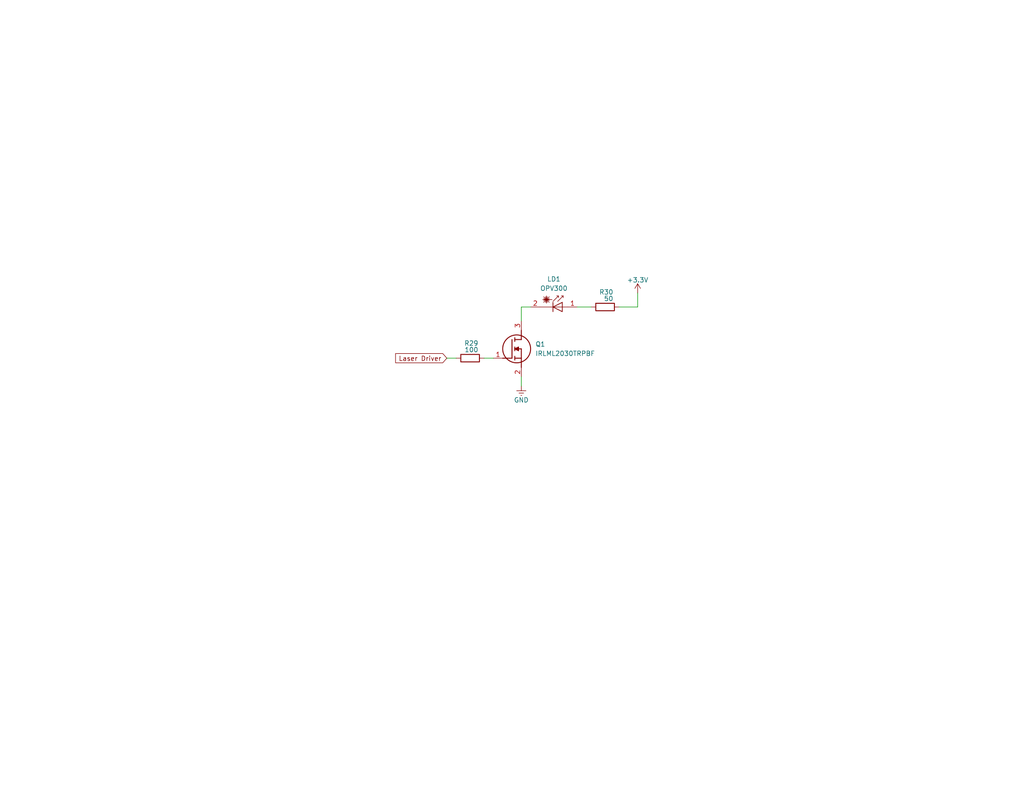
<source format=kicad_sch>
(kicad_sch (version 20231120) (generator "eeschema") (generator_version "8.0")
  (paper "A")
  (title_block (date "2025-07-15"))
  (lib_symbols
    (symbol "Device:D_Laser_1C2A" (pin_names (offset 1.016) hide)
      (property "Reference" "LD1" (at -1.27 7.62 0))
      (property "Value" "OPV300" (at -1.27 5.08 0))
      (symbol "D_Laser_1C2A_0_1"
        (polyline (pts (xy -4.064 1.27) (xy -2.54 2.794)))
        (polyline (pts (xy -4.064 1.778) (xy -2.54 2.286)))
        (polyline (pts (xy -4.064 2.286) (xy -2.54 1.778)))
        (polyline (pts (xy -4.064 2.794) (xy -2.54 1.27)))
        (polyline (pts (xy -3.556 2.794) (xy -3.048 1.27)))
        (polyline (pts (xy -3.302 2.032) (xy -3.302 1.016)))
        (polyline (pts (xy -3.302 2.032) (xy -3.302 3.048)))
        (polyline (pts (xy -3.048 2.794) (xy -3.556 1.27)))
        (polyline (pts (xy -1.778 2.032) (xy -4.318 2.032)))
        (polyline (pts (xy -1.524 1.27) (xy -1.524 -1.27)) (stroke (width 0.2032)))
        (polyline (pts (xy 1.27 3.048) (xy 0.762 3.048)))
        (polyline (pts (xy 2.54 0) (xy -5.08 0)))
        (polyline (pts (xy -0.254 1.524) (xy 1.27 3.048) (xy 1.27 2.54)))
        (polyline (pts (xy 1.016 1.27) (xy 1.016 -1.27) (xy -1.524 0) (xy 1.016 1.27)) (stroke (width 0.2032)))
        (polyline (pts (xy -1.524 1.524) (xy 0 3.048) (xy 0 2.54) (xy 0 3.048) (xy -0.508 3.048)))
      )
      (symbol "D_Laser_1C2A_1_1"
        (pin passive line (at 5.08 0 180) (length 2.54) (name "A") (number "1"))
        (pin passive line (at -7.62 0 0) (length 2.54) (name "K") (number "2"))
      )
    )
    (symbol "Device:R" (pin_numbers hide) (pin_names (offset 0))
      (property "Reference" "R" (at 2.032 0 90))
      (property "Value" "R" (at 0 0 90))
      (symbol "R_0_1"
        (rectangle (start -1.016 -2.54) (end 1.016 2.54) (stroke (width 0.254)))
      )
      (symbol "R_1_1"
        (pin passive line (at 0 3.81 270) (length 1.27) (name "~") (number "1"))
        (pin passive line (at 0 -3.81 90) (length 1.27) (name "~") (number "2"))
      )
    )
    (symbol "IRLML2030TRPBF:IRLML2030TRPBF" (pin_names hide)
      (property "Reference" "Q" (at 11.43 3.81 0))
      (property "Value" "IRLML2030TRPBF" (at 11.43 1.27 0))
      (symbol "IRLML2030TRPBF_1_1"
        (polyline (pts (xy 2.54 0) (xy 5.08 0)) (stroke (width 0.254)))
        (polyline (pts (xy 5.08 5.08) (xy 5.08 0)) (stroke (width 0.254)))
        (polyline (pts (xy 5.842 -0.508) (xy 5.842 0.508)) (stroke (width 0.254)))
        (polyline (pts (xy 5.842 0) (xy 7.62 0)) (stroke (width 0.254)))
        (polyline (pts (xy 5.842 2.032) (xy 5.842 3.048)) (stroke (width 0.254)))
        (polyline (pts (xy 5.842 5.588) (xy 5.842 4.572)) (stroke (width 0.254)))
        (polyline (pts (xy 7.62 2.54) (xy 5.842 2.54)) (stroke (width 0.254)))
        (polyline (pts (xy 7.62 2.54) (xy 7.62 -2.54)) (stroke (width 0.254)))
        (polyline (pts (xy 7.62 5.08) (xy 5.842 5.08)) (stroke (width 0.254)))
        (polyline (pts (xy 7.62 5.08) (xy 7.62 7.62)) (stroke (width 0.254)))
        (polyline (pts (xy 5.842 2.54) (xy 6.858 3.048) (xy 6.858 2.032) (xy 5.842 2.54)) (stroke (width 0.254)) (fill (type outline)))
        (circle (center 6.35 2.54) (radius 3.81) (stroke (width 0.254)))
        (pin passive line (at 0 0 0) (length 2.54) (name "G") (number "1"))
        (pin passive line (at 7.62 -5.08 90) (length 2.54) (name "S") (number "2"))
        (pin passive line (at 7.62 10.16 270) (length 2.54) (name "D") (number "3"))
      )
    )
    (symbol "power:+3.3V" (power) (pin_numbers hide) (pin_names (offset 0) hide)
      (property "Value" "+3.3V" (at 0 3.556 0))
      (symbol "+3.3V_0_1"
        (polyline (pts (xy -0.762 1.27) (xy 0 2.54)))
        (polyline (pts (xy 0 0) (xy 0 2.54)))
        (polyline (pts (xy 0 2.54) (xy 0.762 1.27)))
      )
      (symbol "+3.3V_1_1"
        (pin power_in line (at 0 0 90) (length 0) (name "~") (number "1"))
      )
    )
    (symbol "power:Earth" (power) (pin_numbers hide) (pin_names (offset 0) hide)
      (property "Value" "Earth" (at 0 -3.81 0))
      (symbol "Earth_0_1"
        (polyline (pts (xy -0.635 -1.905) (xy 0.635 -1.905)))
        (polyline (pts (xy -0.127 -2.54) (xy 0.127 -2.54)))
        (polyline (pts (xy 0 -1.27) (xy 0 0)))
        (polyline (pts (xy 1.27 -1.27) (xy -1.27 -1.27)))
      )
      (symbol "Earth_1_1"
        (pin power_in line (at 0 0 270) (length 0) (name "~") (number "1"))
      )
    )
  )
  (wire (pts (xy 142.24 83.82) (xy 142.24 87.63)))
  (wire (pts (xy 173.99 83.82) (xy 168.91 83.82)))
  (wire (pts (xy 132.08 97.79) (xy 134.62 97.79)))
  (wire (pts (xy 157.48 83.82) (xy 161.29 83.82)))
  (wire (pts (xy 124.46 97.79) (xy 121.92 97.79)))
  (wire (pts (xy 173.99 80.01) (xy 173.99 83.82)))
  (wire (pts (xy 142.24 102.87) (xy 142.24 105.41)))
  (wire (pts (xy 144.78 83.82) (xy 142.24 83.82)))
  (global_label "Laser Driver" (shape input) (at 121.92 97.79 180) (property "Intersheetrefs" "${INTERSHEET_REFS}" (effects (hide yes))))
  (symbol (lib_id "Device:D_Laser_1C2A") (at 152.4 83.82 0) (unit 1)
    (property "Reference" "LD1" (at 151.13 76.2 0))
    (property "Value" "OPV300" (at 151.13 78.74 0))
    (property "Description" "Laser diode, cathode on pin 2, anode on pin 1" (effects (hide yes)))
  )
  (symbol (lib_id "Device:R") (at 165.1 83.82 90) (unit 1)
    (property "Reference" "R30" (at 167.386 79.756 90) (effects (justify left)))
    (property "Value" "50" (at 167.386 81.534 90) (effects (justify left)))
    (property "Description" "Resistor" (effects (hide yes)))
  )
  (symbol (lib_id "power:+3.3V") (at 173.99 80.01 0) (mirror y) (unit 1)
    (property "Reference" "#PWR041" (effects (hide yes)))
    (property "Value" "+3.3V" (at 173.99 76.454 0))
    (property "Description" "Power symbol creates a global label with name \"+3.3V\"" (effects (hide yes)))
  )
  (symbol (lib_id "power:Earth") (at 142.24 105.41 0) (unit 1)
    (property "Reference" "#PWR040" (effects (hide yes)))
    (property "Value" "GND" (at 142.24 109.22 0))
    (property "Description" "Power symbol creates a global label with name \"Earth\"" (effects (hide yes)))
  )
  (symbol (lib_id "Device:R") (at 128.27 97.79 90) (unit 1)
    (property "Reference" "R29" (at 130.556 93.726 90) (effects (justify left)))
    (property "Value" "100" (at 130.556 95.504 90) (effects (justify left)))
    (property "Description" "Resistor" (effects (hide yes)))
  )
  (symbol (lib_id "IRLML2030TRPBF:IRLML2030TRPBF") (at 134.62 97.79 0) (unit 1)
    (property "Reference" "Q1" (at 146.05 93.9799 0) (effects (justify left)))
    (property "Value" "IRLML2030TRPBF" (at 146.05 96.5199 0) (effects (justify left)))
    (property "Footprint" "SOT95P237X112-3N" (effects (hide yes)))
    (property "Datasheet" "https://componentsearchengine.com/Datasheets/2/IRLML2030TRPBF.pdf" (effects (hide yes)))
    (property "Description" "INTERNATIONAL RECTIFIER - IRLML2030TRPBF - MOSFET, N CH, 30V, 2.7A, SOT-23" (effects (hide yes)))
    (property "Height" "1.12" (effects (hide yes)))
    (property "Mouser Part Number" "942-IRLML2030TRPBF" (effects (hide yes)))
    (property "Mouser Price/Stock" "https://www.mouser.co.uk/ProductDetail/Infineon-Technologies/IRLML2030TRPBF?qs=9%252BKlkBgLFf1B0T6HvO3rNg%3D%3D" (effects (hide yes)))
    (property "Manufacturer_Name" "Infineon" (effects (hide yes)))
    (property "Manufacturer_Part_Number" "IRLML2030TRPBF" (effects (hide yes)))
  )
)
</source>
